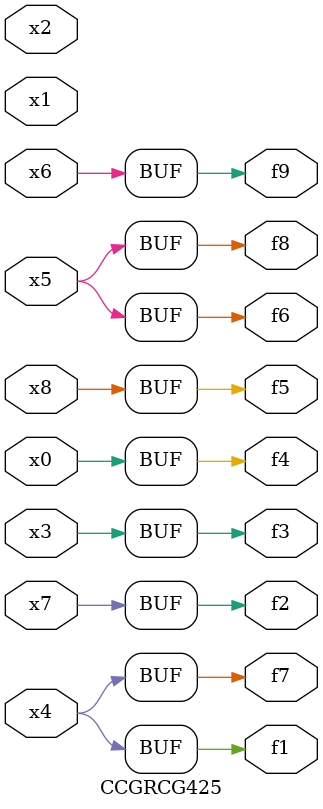
<source format=v>
module CCGRCG425(
	input x0, x1, x2, x3, x4, x5, x6, x7, x8,
	output f1, f2, f3, f4, f5, f6, f7, f8, f9
);
	assign f1 = x4;
	assign f2 = x7;
	assign f3 = x3;
	assign f4 = x0;
	assign f5 = x8;
	assign f6 = x5;
	assign f7 = x4;
	assign f8 = x5;
	assign f9 = x6;
endmodule

</source>
